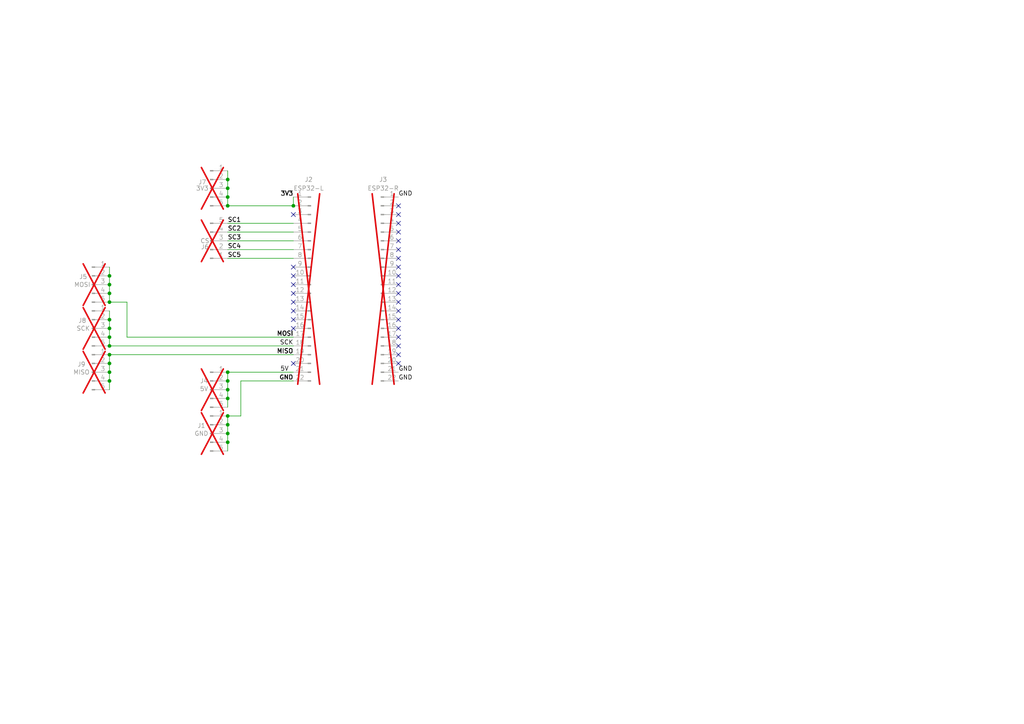
<source format=kicad_sch>
(kicad_sch (version 20250114) (generator "eeschema") (generator_version "9.0")
  (paper "A4")
  (lib_symbols
    (symbol "Conn_01x22_Pin_1" (pin_names (offset 1.016) (hide yes))
      (property "Reference" "J2" (at 0.635 30.48 0))
      (property "Value" "ESP32-L" (at 0.635 27.94 0))
      (symbol "Conn_01x22_Pin_1_1_1"
        (rectangle (start 0.8636 25.527) (end 0 25.273) (stroke (width 0.1524)) (fill (type outline)))
        (rectangle (start 0.8636 22.987) (end 0 22.733) (stroke (width 0.1524)) (fill (type outline)))
        (rectangle (start 0.8636 20.447) (end 0 20.193) (stroke (width 0.1524)) (fill (type outline)))
        (rectangle (start 0.8636 17.907) (end 0 17.653) (stroke (width 0.1524)) (fill (type outline)))
        (rectangle (start 0.8636 15.367) (end 0 15.113) (stroke (width 0.1524)) (fill (type outline)))
        (rectangle (start 0.8636 12.827) (end 0 12.573) (stroke (width 0.1524)) (fill (type outline)))
        (rectangle (start 0.8636 10.287) (end 0 10.033) (stroke (width 0.1524)) (fill (type outline)))
        (rectangle (start 0.8636 7.747) (end 0 7.493) (stroke (width 0.1524)) (fill (type outline)))
        (rectangle (start 0.8636 5.207) (end 0 4.953) (stroke (width 0.1524)) (fill (type outline)))
        (rectangle (start 0.8636 2.667) (end 0 2.413) (stroke (width 0.1524)) (fill (type outline)))
        (rectangle (start 0.8636 0.127) (end 0 -0.127) (stroke (width 0.1524)) (fill (type outline)))
        (rectangle (start 0.8636 -2.413) (end 0 -2.667) (stroke (width 0.1524)) (fill (type outline)))
        (rectangle (start 0.8636 -4.953) (end 0 -5.207) (stroke (width 0.1524)) (fill (type outline)))
        (rectangle (start 0.8636 -7.493) (end 0 -7.747) (stroke (width 0.1524)) (fill (type outline)))
        (rectangle (start 0.8636 -10.033) (end 0 -10.287) (stroke (width 0.1524)) (fill (type outline)))
        (rectangle (start 0.8636 -12.573) (end 0 -12.827) (stroke (width 0.1524)) (fill (type outline)))
        (rectangle (start 0.8636 -15.113) (end 0 -15.367) (stroke (width 0.1524)) (fill (type outline)))
        (rectangle (start 0.8636 -17.653) (end 0 -17.907) (stroke (width 0.1524)) (fill (type outline)))
        (rectangle (start 0.8636 -20.193) (end 0 -20.447) (stroke (width 0.1524)) (fill (type outline)))
        (rectangle (start 0.8636 -22.733) (end 0 -22.987) (stroke (width 0.1524)) (fill (type outline)))
        (rectangle (start 0.8636 -25.273) (end 0 -25.527) (stroke (width 0.1524)) (fill (type outline)))
        (rectangle (start 0.8636 -27.813) (end 0 -28.067) (stroke (width 0.1524)) (fill (type outline)))
        (polyline (pts (xy 1.27 25.4) (xy 0.8636 25.4)) (stroke (width 0.1524)))
        (polyline (pts (xy 1.27 22.86) (xy 0.8636 22.86)) (stroke (width 0.1524)))
        (polyline (pts (xy 1.27 20.32) (xy 0.8636 20.32)) (stroke (width 0.1524)))
        (polyline (pts (xy 1.27 17.78) (xy 0.8636 17.78)) (stroke (width 0.1524)))
        (polyline (pts (xy 1.27 15.24) (xy 0.8636 15.24)) (stroke (width 0.1524)))
        (polyline (pts (xy 1.27 12.7) (xy 0.8636 12.7)) (stroke (width 0.1524)))
        (polyline (pts (xy 1.27 10.16) (xy 0.8636 10.16)) (stroke (width 0.1524)))
        (polyline (pts (xy 1.27 7.62) (xy 0.8636 7.62)) (stroke (width 0.1524)))
        (polyline (pts (xy 1.27 5.08) (xy 0.8636 5.08)) (stroke (width 0.1524)))
        (polyline (pts (xy 1.27 2.54) (xy 0.8636 2.54)) (stroke (width 0.1524)))
        (polyline (pts (xy 1.27 0) (xy 0.8636 0)) (stroke (width 0.1524)))
        (polyline (pts (xy 1.27 -2.54) (xy 0.8636 -2.54)) (stroke (width 0.1524)))
        (polyline (pts (xy 1.27 -5.08) (xy 0.8636 -5.08)) (stroke (width 0.1524)))
        (polyline (pts (xy 1.27 -7.62) (xy 0.8636 -7.62)) (stroke (width 0.1524)))
        (polyline (pts (xy 1.27 -10.16) (xy 0.8636 -10.16)) (stroke (width 0.1524)))
        (polyline (pts (xy 1.27 -12.7) (xy 0.8636 -12.7)) (stroke (width 0.1524)))
        (polyline (pts (xy 1.27 -15.24) (xy 0.8636 -15.24)) (stroke (width 0.1524)))
        (polyline (pts (xy 1.27 -17.78) (xy 0.8636 -17.78)) (stroke (width 0.1524)))
        (polyline (pts (xy 1.27 -20.32) (xy 0.8636 -20.32)) (stroke (width 0.1524)))
        (polyline (pts (xy 1.27 -22.86) (xy 0.8636 -22.86)) (stroke (width 0.1524)))
        (polyline (pts (xy 1.27 -25.4) (xy 0.8636 -25.4)) (stroke (width 0.1524)))
        (polyline (pts (xy 1.27 -27.94) (xy 0.8636 -27.94)) (stroke (width 0.1524)))
        (pin passive line (at 5.08 25.4 180) (length 3.81) (name "3V3_A") (number "1"))
        (pin passive line (at 5.08 22.86 180) (length 3.81) (name "3V3_B") (number "2"))
        (pin bidirectional line (at 5.08 20.32 180) (length 3.81) (name "RST") (number "3"))
        (pin bidirectional line (at 5.08 17.78 180) (length 3.81) (name "Pin_4") (number "4"))
        (pin bidirectional line (at 5.08 15.24 180) (length 3.81) (name "Pin_5") (number "5"))
        (pin bidirectional line (at 5.08 12.7 180) (length 3.81) (name "Pin_6") (number "6"))
        (pin bidirectional line (at 5.08 10.16 180) (length 3.81) (name "Pin_7") (number "7"))
        (pin bidirectional line (at 5.08 7.62 180) (length 3.81) (name "15") (number "8"))
        (pin bidirectional line (at 5.08 5.08 180) (length 3.81) (name "16") (number "9"))
        (pin bidirectional line (at 5.08 2.54 180) (length 3.81) (name "17") (number "10"))
        (pin bidirectional line (at 5.08 0 180) (length 3.81) (name "18") (number "11"))
        (pin bidirectional line (at 5.08 -2.54 180) (length 3.81) (name "8") (number "12"))
        (pin bidirectional line (at 5.08 -5.08 180) (length 3.81) (name "3") (number "13"))
        (pin bidirectional line (at 5.08 -7.62 180) (length 3.81) (name "46") (number "14"))
        (pin bidirectional line (at 5.08 -10.16 180) (length 3.81) (name "9") (number "15"))
        (pin bidirectional line (at 5.08 -12.7 180) (length 3.81) (name "10") (number "16"))
        (pin bidirectional line (at 5.08 -15.24 180) (length 3.81) (name "11") (number "17"))
        (pin bidirectional line (at 5.08 -17.78 180) (length 3.81) (name "12") (number "18"))
        (pin bidirectional line (at 5.08 -20.32 180) (length 3.81) (name "13") (number "19"))
        (pin bidirectional line (at 5.08 -22.86 180) (length 3.81) (name "14") (number "20"))
        (pin bidirectional line (at 5.08 -25.4 180) (length 3.81) (name "5V") (number "21"))
        (pin passive line (at 5.08 -27.94 180) (length 3.81) (name "GND") (number "22"))
      )
    )
    (symbol "Connector:Conn_01x05_Pin" (pin_names (offset 1.016) (hide yes))
      (property "Reference" "J" (at 0 7.62 0))
      (property "Value" "Conn_01x05_Pin" (at 0 -7.62 0))
      (symbol "Conn_01x05_Pin_1_1"
        (rectangle (start 0.8636 5.207) (end 0 4.953) (stroke (width 0.1524)) (fill (type outline)))
        (rectangle (start 0.8636 2.667) (end 0 2.413) (stroke (width 0.1524)) (fill (type outline)))
        (rectangle (start 0.8636 0.127) (end 0 -0.127) (stroke (width 0.1524)) (fill (type outline)))
        (rectangle (start 0.8636 -2.413) (end 0 -2.667) (stroke (width 0.1524)) (fill (type outline)))
        (rectangle (start 0.8636 -4.953) (end 0 -5.207) (stroke (width 0.1524)) (fill (type outline)))
        (polyline (pts (xy 1.27 5.08) (xy 0.8636 5.08)) (stroke (width 0.1524)))
        (polyline (pts (xy 1.27 2.54) (xy 0.8636 2.54)) (stroke (width 0.1524)))
        (polyline (pts (xy 1.27 0) (xy 0.8636 0)) (stroke (width 0.1524)))
        (polyline (pts (xy 1.27 -2.54) (xy 0.8636 -2.54)) (stroke (width 0.1524)))
        (polyline (pts (xy 1.27 -5.08) (xy 0.8636 -5.08)) (stroke (width 0.1524)))
        (pin passive line (at 5.08 5.08 180) (length 3.81) (name "Pin_1") (number "1"))
        (pin passive line (at 5.08 2.54 180) (length 3.81) (name "Pin_2") (number "2"))
        (pin passive line (at 5.08 0 180) (length 3.81) (name "Pin_3") (number "3"))
        (pin passive line (at 5.08 -2.54 180) (length 3.81) (name "Pin_4") (number "4"))
        (pin passive line (at 5.08 -5.08 180) (length 3.81) (name "Pin_5") (number "5"))
      )
    )
    (symbol "Connector:Conn_01x22_Pin" (pin_names (offset 1.016) (hide yes))
      (property "Reference" "J3" (at 0.635 30.48 0))
      (property "Value" "ESP32-R" (at 0.635 27.94 0))
      (symbol "Conn_01x22_Pin_1_1"
        (rectangle (start 0.8636 25.527) (end 0 25.273) (stroke (width 0.1524)) (fill (type outline)))
        (rectangle (start 0.8636 22.987) (end 0 22.733) (stroke (width 0.1524)) (fill (type outline)))
        (rectangle (start 0.8636 20.447) (end 0 20.193) (stroke (width 0.1524)) (fill (type outline)))
        (rectangle (start 0.8636 17.907) (end 0 17.653) (stroke (width 0.1524)) (fill (type outline)))
        (rectangle (start 0.8636 15.367) (end 0 15.113) (stroke (width 0.1524)) (fill (type outline)))
        (rectangle (start 0.8636 12.827) (end 0 12.573) (stroke (width 0.1524)) (fill (type outline)))
        (rectangle (start 0.8636 10.287) (end 0 10.033) (stroke (width 0.1524)) (fill (type outline)))
        (rectangle (start 0.8636 7.747) (end 0 7.493) (stroke (width 0.1524)) (fill (type outline)))
        (rectangle (start 0.8636 5.207) (end 0 4.953) (stroke (width 0.1524)) (fill (type outline)))
        (rectangle (start 0.8636 2.667) (end 0 2.413) (stroke (width 0.1524)) (fill (type outline)))
        (rectangle (start 0.8636 0.127) (end 0 -0.127) (stroke (width 0.1524)) (fill (type outline)))
        (rectangle (start 0.8636 -2.413) (end 0 -2.667) (stroke (width 0.1524)) (fill (type outline)))
        (rectangle (start 0.8636 -4.953) (end 0 -5.207) (stroke (width 0.1524)) (fill (type outline)))
        (rectangle (start 0.8636 -7.493) (end 0 -7.747) (stroke (width 0.1524)) (fill (type outline)))
        (rectangle (start 0.8636 -10.033) (end 0 -10.287) (stroke (width 0.1524)) (fill (type outline)))
        (rectangle (start 0.8636 -12.573) (end 0 -12.827) (stroke (width 0.1524)) (fill (type outline)))
        (rectangle (start 0.8636 -15.113) (end 0 -15.367) (stroke (width 0.1524)) (fill (type outline)))
        (rectangle (start 0.8636 -17.653) (end 0 -17.907) (stroke (width 0.1524)) (fill (type outline)))
        (rectangle (start 0.8636 -20.193) (end 0 -20.447) (stroke (width 0.1524)) (fill (type outline)))
        (rectangle (start 0.8636 -22.733) (end 0 -22.987) (stroke (width 0.1524)) (fill (type outline)))
        (rectangle (start 0.8636 -25.273) (end 0 -25.527) (stroke (width 0.1524)) (fill (type outline)))
        (rectangle (start 0.8636 -27.813) (end 0 -28.067) (stroke (width 0.1524)) (fill (type outline)))
        (polyline (pts (xy 1.27 25.4) (xy 0.8636 25.4)) (stroke (width 0.1524)))
        (polyline (pts (xy 1.27 22.86) (xy 0.8636 22.86)) (stroke (width 0.1524)))
        (polyline (pts (xy 1.27 20.32) (xy 0.8636 20.32)) (stroke (width 0.1524)))
        (polyline (pts (xy 1.27 17.78) (xy 0.8636 17.78)) (stroke (width 0.1524)))
        (polyline (pts (xy 1.27 15.24) (xy 0.8636 15.24)) (stroke (width 0.1524)))
        (polyline (pts (xy 1.27 12.7) (xy 0.8636 12.7)) (stroke (width 0.1524)))
        (polyline (pts (xy 1.27 10.16) (xy 0.8636 10.16)) (stroke (width 0.1524)))
        (polyline (pts (xy 1.27 7.62) (xy 0.8636 7.62)) (stroke (width 0.1524)))
        (polyline (pts (xy 1.27 5.08) (xy 0.8636 5.08)) (stroke (width 0.1524)))
        (polyline (pts (xy 1.27 2.54) (xy 0.8636 2.54)) (stroke (width 0.1524)))
        (polyline (pts (xy 1.27 0) (xy 0.8636 0)) (stroke (width 0.1524)))
        (polyline (pts (xy 1.27 -2.54) (xy 0.8636 -2.54)) (stroke (width 0.1524)))
        (polyline (pts (xy 1.27 -5.08) (xy 0.8636 -5.08)) (stroke (width 0.1524)))
        (polyline (pts (xy 1.27 -7.62) (xy 0.8636 -7.62)) (stroke (width 0.1524)))
        (polyline (pts (xy 1.27 -10.16) (xy 0.8636 -10.16)) (stroke (width 0.1524)))
        (polyline (pts (xy 1.27 -12.7) (xy 0.8636 -12.7)) (stroke (width 0.1524)))
        (polyline (pts (xy 1.27 -15.24) (xy 0.8636 -15.24)) (stroke (width 0.1524)))
        (polyline (pts (xy 1.27 -17.78) (xy 0.8636 -17.78)) (stroke (width 0.1524)))
        (polyline (pts (xy 1.27 -20.32) (xy 0.8636 -20.32)) (stroke (width 0.1524)))
        (polyline (pts (xy 1.27 -22.86) (xy 0.8636 -22.86)) (stroke (width 0.1524)))
        (polyline (pts (xy 1.27 -25.4) (xy 0.8636 -25.4)) (stroke (width 0.1524)))
        (polyline (pts (xy 1.27 -27.94) (xy 0.8636 -27.94)) (stroke (width 0.1524)))
        (pin passive line (at 5.08 25.4 180) (length 3.81) (name "GND_A") (number "1"))
        (pin bidirectional line (at 5.08 22.86 180) (length 3.81) (name "TX") (number "2"))
        (pin bidirectional line (at 5.08 20.32 180) (length 3.81) (name "RX") (number "3"))
        (pin bidirectional line (at 5.08 17.78 180) (length 3.81) (name "1") (number "4"))
        (pin bidirectional line (at 5.08 15.24 180) (length 3.81) (name "2") (number "5"))
        (pin bidirectional line (at 5.08 12.7 180) (length 3.81) (name "42") (number "6"))
        (pin bidirectional line (at 5.08 10.16 180) (length 3.81) (name "41") (number "7"))
        (pin bidirectional line (at 5.08 7.62 180) (length 3.81) (name "40") (number "8"))
        (pin bidirectional line (at 5.08 5.08 180) (length 3.81) (name "39") (number "9"))
        (pin bidirectional line (at 5.08 2.54 180) (length 3.81) (name "38") (number "10"))
        (pin bidirectional line (at 5.08 0 180) (length 3.81) (name "37") (number "11"))
        (pin bidirectional line (at 5.08 -2.54 180) (length 3.81) (name "36") (number "12"))
        (pin bidirectional line (at 5.08 -5.08 180) (length 3.81) (name "35") (number "13"))
        (pin bidirectional line (at 5.08 -7.62 180) (length 3.81) (name "0") (number "14"))
        (pin bidirectional line (at 5.08 -10.16 180) (length 3.81) (name "45") (number "15"))
        (pin bidirectional line (at 5.08 -12.7 180) (length 3.81) (name "48") (number "16"))
        (pin bidirectional line (at 5.08 -15.24 180) (length 3.81) (name "47") (number "17"))
        (pin bidirectional line (at 5.08 -17.78 180) (length 3.81) (name "21") (number "18"))
        (pin bidirectional line (at 5.08 -20.32 180) (length 3.81) (name "20") (number "19"))
        (pin bidirectional line (at 5.08 -22.86 180) (length 3.81) (name "19") (number "20"))
        (pin passive line (at 5.08 -25.4 180) (length 3.81) (name "GND_B") (number "21"))
        (pin passive line (at 5.08 -27.94 180) (length 3.81) (name "GND_C") (number "22"))
      )
    )
  )
  (junction (at 66.04 52.07))
  (junction (at 31.75 80.01))
  (junction (at 31.75 107.95))
  (junction (at 31.75 97.79))
  (junction (at 66.04 123.19))
  (junction (at 66.04 107.95))
  (junction (at 85.09 59.69))
  (junction (at 66.04 54.61))
  (junction (at 66.04 115.57))
  (junction (at 31.75 87.63))
  (junction (at 31.75 82.55))
  (junction (at 31.75 100.33))
  (junction (at 31.75 102.87))
  (junction (at 31.75 92.71))
  (junction (at 66.04 125.73))
  (junction (at 31.75 110.49))
  (junction (at 66.04 57.15))
  (junction (at 66.04 120.65))
  (junction (at 66.04 113.03))
  (junction (at 66.04 59.69))
  (junction (at 31.75 85.09))
  (junction (at 31.75 105.41))
  (junction (at 66.04 128.27))
  (junction (at 31.75 95.25))
  (junction (at 66.04 110.49))
  (no_connect (at 115.57 85.09))
  (no_connect (at 115.57 105.41))
  (no_connect (at 115.57 102.87))
  (no_connect (at 115.57 80.01))
  (no_connect (at 115.57 82.55))
  (no_connect (at 85.09 85.09))
  (no_connect (at 85.09 92.71))
  (no_connect (at 115.57 72.39))
  (no_connect (at 85.09 82.55))
  (no_connect (at 115.57 100.33))
  (no_connect (at 85.09 80.01))
  (no_connect (at 85.09 95.25))
  (no_connect (at 115.57 74.93))
  (no_connect (at 115.57 92.71))
  (no_connect (at 115.57 69.85))
  (no_connect (at 115.57 97.79))
  (no_connect (at 115.57 62.23))
  (no_connect (at 115.57 67.31))
  (no_connect (at 115.57 59.69))
  (no_connect (at 115.57 64.77))
  (no_connect (at 85.09 87.63))
  (no_connect (at 115.57 95.25))
  (no_connect (at 115.57 87.63))
  (no_connect (at 85.09 90.17))
  (no_connect (at 85.09 105.41))
  (no_connect (at 85.09 62.23))
  (no_connect (at 85.09 77.47))
  (no_connect (at 115.57 90.17))
  (no_connect (at 115.57 77.47))
  (wire (pts (xy 31.75 110.49) (xy 31.75 113.03)))
  (wire (pts (xy 66.04 69.85) (xy 85.09 69.85)))
  (wire (pts (xy 66.04 67.31) (xy 85.09 67.31)))
  (wire (pts (xy 66.04 57.15) (xy 66.04 59.69)))
  (wire (pts (xy 31.75 97.79) (xy 31.75 100.33)))
  (wire (pts (xy 66.04 64.77) (xy 85.09 64.77)))
  (wire (pts (xy 69.85 110.49) (xy 69.85 120.65)))
  (wire (pts (xy 31.75 77.47) (xy 31.75 80.01)))
  (wire (pts (xy 66.04 113.03) (xy 66.04 115.57)))
  (wire (pts (xy 66.04 113.03) (xy 66.04 110.49)))
  (wire (pts (xy 31.75 95.25) (xy 31.75 97.79)))
  (wire (pts (xy 31.75 105.41) (xy 31.75 107.95)))
  (wire (pts (xy 66.04 74.93) (xy 85.09 74.93)))
  (wire (pts (xy 66.04 52.07) (xy 66.04 54.61)))
  (wire (pts (xy 66.04 130.81) (xy 66.04 128.27)))
  (wire (pts (xy 66.04 123.19) (xy 66.04 120.65)))
  (wire (pts (xy 31.75 107.95) (xy 31.75 110.49)))
  (wire (pts (xy 85.09 97.79) (xy 36.83 97.79)))
  (wire (pts (xy 66.04 123.19) (xy 66.04 125.73)))
  (wire (pts (xy 31.75 90.17) (xy 31.75 92.71)))
  (wire (pts (xy 85.09 102.87) (xy 31.75 102.87)))
  (wire (pts (xy 36.83 97.79) (xy 36.83 87.63)))
  (wire (pts (xy 31.75 102.87) (xy 31.75 105.41)))
  (wire (pts (xy 66.04 49.53) (xy 66.04 52.07)))
  (wire (pts (xy 66.04 107.95) (xy 85.09 107.95)))
  (wire (pts (xy 66.04 115.57) (xy 66.04 118.11)))
  (wire (pts (xy 31.75 80.01) (xy 31.75 82.55)))
  (wire (pts (xy 31.75 100.33) (xy 85.09 100.33)))
  (wire (pts (xy 69.85 110.49) (xy 85.09 110.49)))
  (wire (pts (xy 69.85 120.65) (xy 66.04 120.65)))
  (wire (pts (xy 31.75 92.71) (xy 31.75 95.25)))
  (wire (pts (xy 66.04 128.27) (xy 66.04 125.73)))
  (wire (pts (xy 66.04 54.61) (xy 66.04 57.15)))
  (wire (pts (xy 66.04 72.39) (xy 85.09 72.39)))
  (wire (pts (xy 31.75 82.55) (xy 31.75 85.09)))
  (wire (pts (xy 31.75 85.09) (xy 31.75 87.63)))
  (wire (pts (xy 85.09 57.15) (xy 85.09 59.69)))
  (wire (pts (xy 66.04 59.69) (xy 85.09 59.69)))
  (wire (pts (xy 66.04 110.49) (xy 66.04 107.95)))
  (wire (pts (xy 36.83 87.63) (xy 31.75 87.63)))
  (label "GND" (at 85.09 110.49 180))
  (label "MISO" (at 85.09 102.87 180))
  (label "GND" (at 85.09 110.49 180))
  (label "MOSI" (at 85.09 97.79 180))
  (label "SC5" (at 66.04 74.93 0))
  (label "5V" (at 81.28 107.95 0))
  (label "SCK" (at 85.09 100.33 180))
  (label "3V3" (at 85.09 57.15 180))
  (label "GND" (at 115.57 107.95 0))
  (label "3V3" (at 85.09 57.15 180))
  (label "MISO" (at 85.09 102.87 180))
  (label "SC4" (at 66.04 72.39 0))
  (label "GND" (at 85.09 110.49 180))
  (label "MISO" (at 85.09 102.87 180))
  (label "MOSI" (at 85.09 97.79 180))
  (label "GND" (at 85.09 110.49 180))
  (label "MISO" (at 85.09 102.87 180))
  (label "SC1" (at 66.04 64.77 0))
  (label "SC5" (at 66.04 74.93 0))
  (label "GND" (at 85.09 110.49 180))
  (label "MOSI" (at 85.09 97.79 180))
  (label "SC4" (at 66.04 72.39 0))
  (label "3V3" (at 85.09 57.15 180))
  (label "MOSI" (at 85.09 97.79 180))
  (label "3V3" (at 85.09 57.15 180))
  (label "3V3" (at 85.09 57.15 180))
  (label "SC3" (at 66.04 69.85 0))
  (label "MISO" (at 85.09 102.87 180))
  (label "MOSI" (at 85.09 97.79 180))
  (label "SC2" (at 66.04 67.31 0))
  (label "GND" (at 85.09 110.49 180))
  (label "MISO" (at 85.09 102.87 180))
  (label "SC2" (at 66.04 67.31 0))
  (label "GND" (at 115.57 110.49 0))
  (label "3V3" (at 85.09 57.15 180))
  (label "GND" (at 115.57 57.15 0))
  (label "MOSI" (at 85.09 97.79 180))
  (label "3V3" (at 85.09 57.15 180))
  (label "SC1" (at 66.04 64.77 0))
  (label "SC3" (at 66.04 69.85 0))
  (symbol (lib_id "Connector:Conn_01x05_Pin") (at 60.96 54.61 0) (unit 1) (dnp yes)
    (property "Reference" "J7" (at 58.674 52.832 0))
    (property "Value" "3V3" (at 58.674 54.61 0))
    (property "Footprint" "Connector_PinSocket_2.54mm:PinSocket_1x05_P2.54mm_Vertical" (effects (hide yes)))
    (property "Description" "Generic connector, single row, 01x05, script generated" (effects (hide yes)))
  )
  (symbol (lib_id "Connector:Conn_01x05_Pin") (at 60.96 125.73 0) (unit 1) (dnp yes)
    (property "Reference" "J1" (at 58.42 123.444 0))
    (property "Value" "GND" (at 58.42 125.73 0))
    (property "Footprint" "Connector_PinSocket_2.54mm:PinSocket_1x05_P2.54mm_Vertical" (effects (hide yes)))
    (property "Description" "Connector_PinSocket_2.54mm:PinSocket_1x05_P2.54mm_Vertical" (effects (hide yes)))
  )
  (symbol (lib_id "Connector:Conn_01x05_Pin") (at 60.96 69.85 0) (mirror x) (unit 1) (dnp yes)
    (property "Reference" "J6" (at 59.436 71.628 0))
    (property "Value" "CS" (at 59.436 69.85 0))
    (property "Footprint" "Connector_PinSocket_2.54mm:PinSocket_1x05_P2.54mm_Vertical" (effects (hide yes)))
    (property "Description" "Generic connector, single row, 01x05, script generated" (effects (hide yes)))
  )
  (symbol (lib_id "Connector:Conn_01x05_Pin") (at 60.96 113.03 0) (unit 1) (dnp yes)
    (property "Reference" "J4" (at 59.182 110.49 0))
    (property "Value" "5V" (at 59.182 112.776 0))
    (property "Footprint" "Connector_PinSocket_2.54mm:PinSocket_1x05_P2.54mm_Vertical" (effects (hide yes)))
    (property "Description" "Generic connector, single row, 01x05, script generated" (effects (hide yes)))
  )
  (symbol (lib_id "Connector:Conn_01x22_Pin") (at 110.49 82.55 0) (unit 1) (dnp yes)
    (property "Reference" "J3" (at 111.125 52.07 0))
    (property "Value" "ESP32-R" (at 111.125 54.61 0))
    (property "Footprint" "Connector_PinSocket_2.54mm:PinSocket_1x22_P2.54mm_Vertical" (effects (hide yes)))
    (property "Description" "Generic connector, single row, 01x22, script generated" (effects (hide yes)))
  )
  (symbol (lib_name "Conn_01x22_Pin_1") (lib_id "Connector:Conn_01x22_Pin") (at 90.17 82.55 0) (mirror y) (unit 1) (dnp yes)
    (property "Reference" "J2" (at 89.535 52.07 0))
    (property "Value" "ESP32-L" (at 89.535 54.61 0))
    (property "Footprint" "Connector_PinSocket_2.54mm:PinSocket_1x22_P2.54mm_Vertical" (effects (hide yes)))
    (property "Description" "Generic connector, single row, 01x22, script generated" (effects (hide yes)))
  )
  (symbol (lib_id "Connector:Conn_01x05_Pin") (at 26.67 82.55 0) (unit 1) (dnp yes)
    (property "Reference" "J5" (at 24.13 80.264 0))
    (property "Value" "MOSI" (at 23.876 82.55 0))
    (property "Footprint" "Connector_PinSocket_2.54mm:PinSocket_1x05_P2.54mm_Vertical" (effects (hide yes)))
    (property "Description" "Generic connector, single row, 01x05, script generated" (effects (hide yes)))
  )
  (symbol (lib_id "Connector:Conn_01x05_Pin") (at 26.67 95.25 0) (unit 1) (dnp yes)
    (property "Reference" "J8" (at 23.876 92.964 0))
    (property "Value" "SCK" (at 24.13 95.25 0))
    (property "Footprint" "Connector_PinSocket_2.54mm:PinSocket_1x05_P2.54mm_Vertical" (effects (hide yes)))
    (property "Description" "Generic connector, single row, 01x05, script generated" (effects (hide yes)))
  )
  (symbol (lib_id "Connector:Conn_01x05_Pin") (at 26.67 107.95 0) (unit 1) (dnp yes)
    (property "Reference" "J9" (at 23.622 105.664 0))
    (property "Value" "MISO" (at 23.622 107.95 0))
    (property "Footprint" "Connector_PinSocket_2.54mm:PinSocket_1x05_P2.54mm_Vertical" (effects (hide yes)))
    (property "Description" "Generic connector, single row, 01x05, script generated" (effects (hide yes)))
  )
)
</source>
